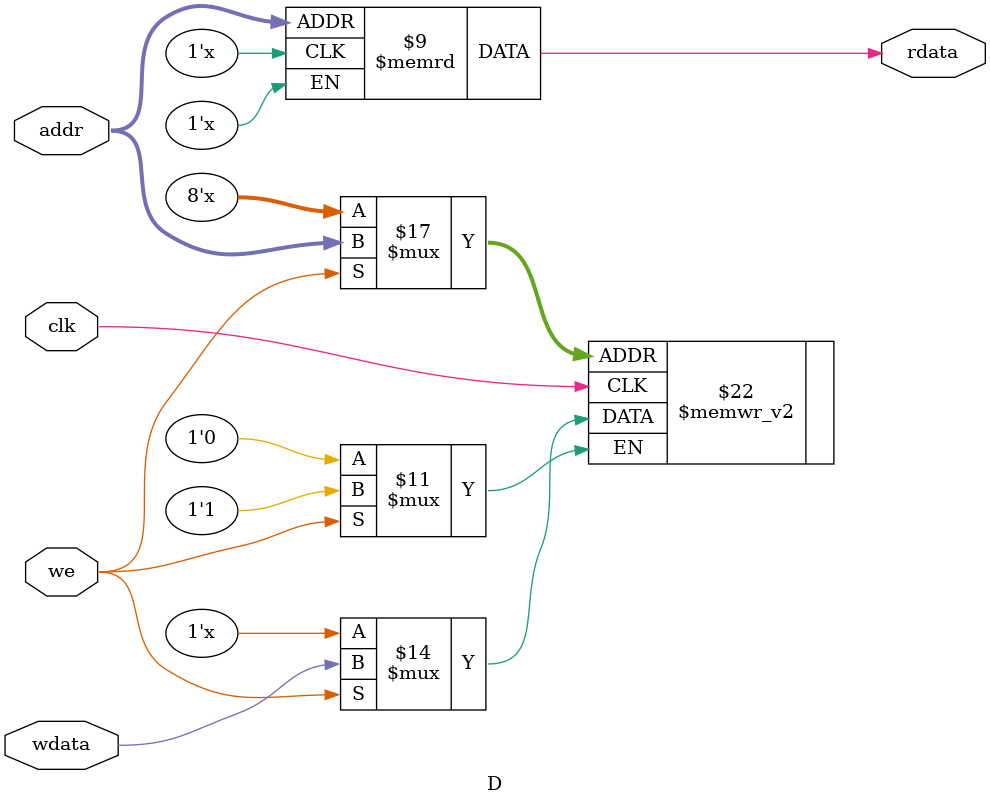
<source format=v>
module D(
    input wire clk,
    input wire [7: 0] addr,
    output wire rdata,
    input wire we,
    input wire wdata
);
reg d[255: 0];

always @(posedge clk) begin
    if (we) d[addr] <= wdata;
end

assign rdata = d[addr];
endmodule

</source>
